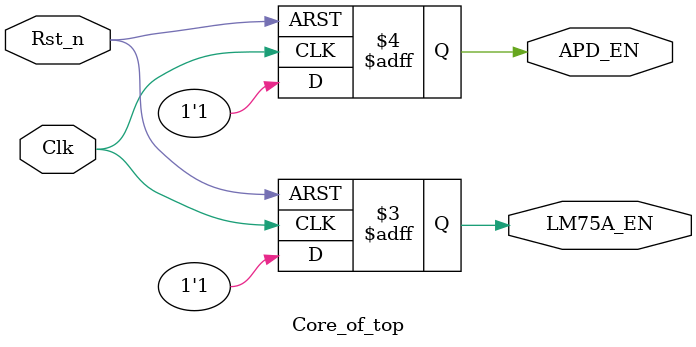
<source format=v>
module Core_of_top(
	LM75A_EN,
	APD_EN,
	Clk,
	Rst_n);

	//---Ports declearation: generated by Robei---
	output LM75A_EN;
	output APD_EN;
	input Clk;
	input Rst_n;

	reg LM75A_EN;
	reg APD_EN;
	wire Clk;
	wire Rst_n;

	//----Code starts here: integrated by Robei-----
					localparam  Min_distance   = 14'd50;   //±¨¾¯¾àÀë
		
		
					reg [10:0] Temp_data_buffer;
					reg [15:0] CSB_data_buffer;
		
		
					always@(posedge Clk or negedge Rst_n)
					if(!Rst_n)begin
						LM75A_EN <= 0;
						APD_EN <=0 ;
		
					end
		
					else begin
						LM75A_EN <= 1;
						APD_EN <=1 ;
		/*
						LCD_EN <= 1;
						ARM_MOTOR_EN <= 1;
						CSB_EN<= 1;
		*/
		
					end
		
		
		
		
					
		
endmodule    //Core_of_top


</source>
